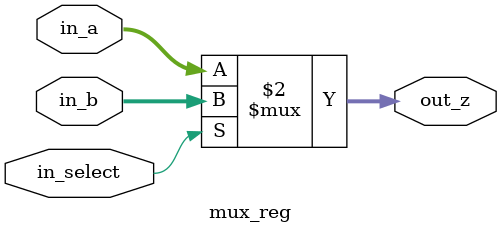
<source format=v>
`timescale 1ns / 1ps
module mux_reg(input [4:0] in_a, input [4:0] in_b, input in_select, output [4:0]out_z);

assign out_z = (in_select == 0) ? in_a : in_b;

endmodule

</source>
